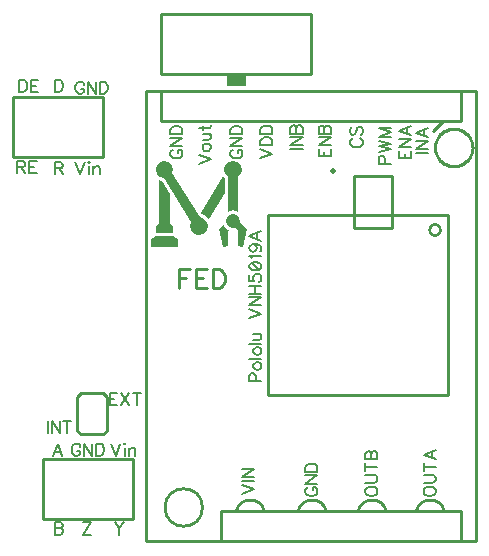
<source format=gto>
G04 DipTrace 3.0.0.1*
G04 Arm-shield_lay_V2.GTO*
%MOIN*%
G04 #@! TF.FileFunction,Legend,Top*
G04 #@! TF.Part,Single*
%ADD10C,0.009843*%
%ADD22C,0.01876*%
%ADD48C,0.006176*%
%ADD49C,0.009264*%
%FSLAX26Y26*%
G04*
G70*
G90*
G75*
G01*
G04 TopSilk*
%LPD*%
X1706633Y2125448D2*
D10*
X1206633D1*
Y2325448D1*
X1706633D1*
Y2125448D1*
X1012810Y1850419D2*
X712810D1*
Y2050419D1*
X1012810D1*
Y1850419D1*
X812799Y844031D2*
X1112799D1*
Y644031D1*
X812799D1*
Y844031D1*
X937811Y925309D2*
X925311Y937808D1*
Y1050310D1*
X937811Y1062809D1*
X1012811D1*
X1025311Y1050310D1*
Y937808D1*
X1012811Y925309D1*
X937811D1*
X1206751Y2069171D2*
X2206431D1*
Y1969121D1*
X1206751D1*
Y2069171D1*
X1562821Y1656671D2*
X2162871D1*
Y1056671D1*
X1562821D1*
Y1656671D1*
X2119091Y1881671D2*
X2119243Y1886034D1*
X2119699Y1890376D1*
X2120456Y1894675D1*
X2121511Y1898912D1*
X2122859Y1903064D1*
X2124492Y1907112D1*
X2126404Y1911036D1*
X2128585Y1914817D1*
X2131023Y1918437D1*
X2133708Y1921877D1*
X2136626Y1925121D1*
X2139763Y1928154D1*
X2143104Y1930961D1*
X2146632Y1933527D1*
X2150331Y1935840D1*
X2154181Y1937890D1*
X2158165Y1939666D1*
X2162263Y1941159D1*
X2166455Y1942363D1*
X2170721Y1943270D1*
X2175040Y1943878D1*
X2179390Y1944182D1*
X2183751D1*
X2188101Y1943878D1*
X2192420Y1943270D1*
X2196686Y1942363D1*
X2200878Y1941159D1*
X2204976Y1939666D1*
X2208960Y1937890D1*
X2212811Y1935840D1*
X2216509Y1933527D1*
X2220037Y1930961D1*
X2223378Y1928154D1*
X2226515Y1925121D1*
X2229433Y1921877D1*
X2232118Y1918437D1*
X2234557Y1914817D1*
X2236737Y1911036D1*
X2238649Y1907112D1*
X2240283Y1903064D1*
X2241630Y1898912D1*
X2242685Y1894675D1*
X2243443Y1890376D1*
X2243898Y1886034D1*
X2244051Y1881671D1*
X2243898Y1877307D1*
X2243443Y1872965D1*
X2242685Y1868666D1*
X2241630Y1864429D1*
X2240283Y1860277D1*
X2238649Y1856229D1*
X2236737Y1852305D1*
X2234557Y1848524D1*
X2232118Y1844905D1*
X2229433Y1841464D1*
X2226515Y1838220D1*
X2223378Y1835187D1*
X2220037Y1832381D1*
X2216509Y1829814D1*
X2212811Y1827501D1*
X2208960Y1825451D1*
X2204976Y1823675D1*
X2200878Y1822182D1*
X2196686Y1820979D1*
X2192420Y1820071D1*
X2188101Y1819463D1*
X2183751Y1819159D1*
X2179390D1*
X2175040Y1819463D1*
X2170721Y1820071D1*
X2166455Y1820979D1*
X2162263Y1822182D1*
X2158165Y1823675D1*
X2154181Y1825451D1*
X2150331Y1827501D1*
X2146632Y1829814D1*
X2143104Y1832381D1*
X2139763Y1835187D1*
X2136626Y1838220D1*
X2133708Y1841464D1*
X2131023Y1844905D1*
X2128585Y1848524D1*
X2126404Y1852305D1*
X2124492Y1856229D1*
X2122859Y1860277D1*
X2121511Y1864429D1*
X2120456Y1868666D1*
X2119699Y1872965D1*
X2119243Y1877307D1*
X2119091Y1881671D1*
X1406621Y669221D2*
X2206541D1*
Y569171D1*
X1406621D1*
Y669221D1*
X1219071Y681671D2*
G02X1219071Y681671I62535J0D01*
G01*
X1156591Y2069171D2*
X2256591D1*
Y569171D1*
X1156591D1*
Y2069171D1*
X2112821Y1937921D2*
X2144061Y1969121D1*
X1456561Y669221D2*
G02X1550391Y669221I46915J-10466D01*
G01*
X1662811D2*
G02X1756641Y669221I46915J-10466D01*
G01*
X1862791D2*
G02X1956621Y669221I46915J-10466D01*
G01*
X2056611D2*
G02X2150331Y669221I46860J-10402D01*
G01*
X2100391Y1606721D2*
G02X2100391Y1606721I18700J0D01*
G01*
X1850442Y1787895D2*
X1975441D1*
Y1612895D1*
X1850442D1*
Y1787895D1*
D22*
X1778577Y1803525D3*
G36*
X1171598Y1551136D2*
Y1575136D1*
X1188598Y1585136D1*
X1245598D1*
X1262598Y1575136D1*
Y1551136D1*
D1*
X1171598D1*
G37*
G36*
X1188598Y1597136D2*
Y1619136D1*
X1199598Y1626136D1*
Y1772136D1*
X1207598Y1770136D1*
X1234598Y1727136D1*
Y1626136D1*
X1245598Y1619136D1*
Y1597136D1*
X1188598D1*
G37*
G36*
X1214598Y1779136D2*
X1202598Y1783136D1*
X1191598Y1793136D1*
X1187598Y1808136D1*
X1191598Y1823136D1*
X1202598Y1834136D1*
X1216598Y1838136D1*
X1231598Y1834136D1*
X1242598Y1823136D1*
X1246598Y1808136D1*
X1243598Y1797136D1*
X1334598Y1649136D1*
X1346598Y1645136D1*
X1357598Y1634136D1*
X1361598Y1619136D1*
X1357598Y1605136D1*
X1346598Y1594136D1*
X1331598Y1590136D1*
X1316598Y1594136D1*
X1305598Y1605136D1*
X1301598Y1620136D1*
X1304598Y1632136D1*
X1214598Y1779136D1*
G37*
G36*
X1337598Y1664136D2*
X1340598Y1659136D1*
X1353598Y1655136D1*
X1364598Y1642136D1*
X1417598Y1730136D1*
Y1781136D1*
X1411598Y1786136D1*
D1*
X1337598Y1664136D1*
G37*
G36*
X1428598Y1785136D2*
X1420598Y1793136D1*
X1415598Y1808136D1*
X1419598Y1823136D1*
X1430598Y1834136D1*
X1445598Y1838136D1*
X1460598Y1834136D1*
X1471598Y1823136D1*
X1475598Y1808136D1*
X1471598Y1794136D1*
X1462598Y1785136D1*
Y1668136D1*
X1445598Y1673136D1*
X1428598Y1668136D1*
Y1785136D1*
G37*
G36*
X1414598Y1625136D2*
X1415598Y1620136D1*
X1427598Y1607136D1*
X1431598Y1606136D1*
X1428598Y1603136D1*
Y1554136D1*
X1411598Y1551136D1*
X1399598Y1611136D1*
X1414598Y1625136D1*
G37*
G36*
X1425598Y1649136D2*
X1422598Y1637136D1*
X1425598Y1625136D1*
X1434598Y1616136D1*
X1445598Y1613136D1*
X1451598Y1615136D1*
X1463598Y1602136D1*
X1462598Y1554136D1*
X1480598Y1551136D1*
X1491598Y1611136D1*
X1468598Y1634136D1*
X1469598Y1638136D1*
X1466598Y1648136D1*
X1457598Y1657136D1*
X1445598Y1660136D1*
X1433598Y1657136D1*
X1425598Y1649136D1*
G37*
G36*
X1425358Y2125432D2*
X1487865D1*
Y2087928D1*
X1425358D1*
Y2125432D1*
G37*
X949370Y2091281D2*
D48*
X947469Y2095084D1*
X943622Y2098931D1*
X939820Y2100832D1*
X932171D1*
X928324Y2098931D1*
X924521Y2095084D1*
X922576Y2091281D1*
X920674Y2085533D1*
Y2075939D1*
X922576Y2070235D1*
X924521Y2066388D1*
X928324Y2062585D1*
X932171Y2060640D1*
X939820D1*
X943622Y2062585D1*
X947469Y2066388D1*
X949370Y2070235D1*
Y2075939D1*
X939820D1*
X988516Y2100832D2*
Y2060640D1*
X961722Y2100832D1*
Y2060640D1*
X1000868Y2100832D2*
Y2060640D1*
X1014265D1*
X1020013Y2062585D1*
X1023860Y2066388D1*
X1025761Y2070235D1*
X1027663Y2075939D1*
Y2085533D1*
X1025761Y2091281D1*
X1023860Y2095084D1*
X1020013Y2098931D1*
X1014265Y2100832D1*
X1000868D1*
X851917Y2107083D2*
Y2066891D1*
X865315D1*
X871063Y2068836D1*
X874909Y2072639D1*
X876811Y2076485D1*
X878712Y2082189D1*
Y2091784D1*
X876811Y2097532D1*
X874909Y2101335D1*
X871063Y2105181D1*
X865315Y2107083D1*
X851917D1*
X733155D2*
Y2066891D1*
X746552D1*
X752300Y2068836D1*
X756147Y2072639D1*
X758048Y2076485D1*
X759949Y2082189D1*
Y2091784D1*
X758048Y2097532D1*
X756147Y2101335D1*
X752300Y2105181D1*
X746552Y2107083D1*
X733155D1*
X797150D2*
X772301D1*
Y2066891D1*
X797150D1*
X772301Y2087937D2*
X787599D1*
X726904Y1817691D2*
X744104D1*
X749852Y1819636D1*
X751798Y1821537D1*
X753699Y1825340D1*
Y1829187D1*
X751798Y1832989D1*
X749852Y1834935D1*
X744104Y1836836D1*
X726904D1*
Y1796644D1*
X740301Y1817691D2*
X753699Y1796644D1*
X790899Y1836836D2*
X766050D1*
Y1796644D1*
X790899D1*
X766050Y1817691D2*
X781349D1*
X851917Y1812908D2*
X869117D1*
X874865Y1814854D1*
X876811Y1816755D1*
X878712Y1820558D1*
Y1824404D1*
X876811Y1828207D1*
X874865Y1830153D1*
X869117Y1832054D1*
X851917D1*
Y1791862D1*
X865315Y1812908D2*
X878712Y1791862D1*
X920674Y1832054D2*
X935973Y1791862D1*
X951272Y1832054D1*
X963623D2*
X965524Y1830153D1*
X967470Y1832054D1*
X965524Y1833999D1*
X963623Y1832054D1*
X965524Y1818656D2*
Y1791862D1*
X979821Y1818656D2*
Y1791862D1*
Y1811007D2*
X985569Y1816755D1*
X989416Y1818656D1*
X995120D1*
X998967Y1816755D1*
X1000868Y1811007D1*
Y1791862D1*
X1039437Y894455D2*
X1054736Y854263D1*
X1070034Y894455D1*
X1082386D2*
X1084287Y892554D1*
X1086232Y894455D1*
X1084287Y896401D1*
X1082386Y894455D1*
X1084287Y881058D2*
Y854263D1*
X1098584Y881058D2*
Y854263D1*
Y873409D2*
X1104332Y879157D1*
X1108178Y881058D1*
X1113882D1*
X1117729Y879157D1*
X1119630Y873409D1*
Y854263D1*
X936869Y884905D2*
X934968Y888707D1*
X931121Y892554D1*
X927319Y894455D1*
X919669D1*
X915822Y892554D1*
X912020Y888707D1*
X910074Y884905D1*
X908173Y879157D1*
Y869562D1*
X910074Y863858D1*
X912020Y860011D1*
X915822Y856209D1*
X919669Y854263D1*
X927319D1*
X931121Y856209D1*
X934968Y860011D1*
X936869Y863858D1*
Y869562D1*
X927319D1*
X976015Y894455D2*
Y854263D1*
X949220Y894455D1*
Y854263D1*
X988367Y894455D2*
Y854263D1*
X1001764D1*
X1007512Y856209D1*
X1011359Y860011D1*
X1013260Y863858D1*
X1015161Y869562D1*
Y879157D1*
X1013260Y884905D1*
X1011359Y888707D1*
X1007512Y892554D1*
X1001764Y894455D1*
X988367D1*
X876308Y854263D2*
X860965Y894455D1*
X845667Y854263D1*
X851415Y867661D2*
X870560D1*
X1051938Y631928D2*
X1067237Y612782D1*
Y591736D1*
X1082535Y631928D2*
X1067237Y612782D1*
X945677Y631928D2*
X972472D1*
X945677Y591736D1*
X972472D1*
X851917Y631928D2*
Y591736D1*
X869161D1*
X874909Y593681D1*
X876811Y595583D1*
X878712Y599385D1*
Y605133D1*
X876811Y608980D1*
X874909Y610881D1*
X869161Y612782D1*
X874909Y614728D1*
X876811Y616629D1*
X878712Y620432D1*
Y624278D1*
X876811Y628081D1*
X874909Y630027D1*
X869161Y631928D1*
X851917D1*
Y612782D2*
X869161D1*
X1059504Y1063223D2*
X1034655D1*
Y1023031D1*
X1059504D1*
X1034655Y1044078D2*
X1049953D1*
X1071855Y1063223D2*
X1098650Y1023031D1*
Y1063223D2*
X1071855Y1023031D1*
X1124399Y1063223D2*
Y1023031D1*
X1111001Y1063223D2*
X1137796D1*
X828383Y969463D2*
Y929271D1*
X867529Y969463D2*
Y929271D1*
X840735Y969463D1*
Y929271D1*
X893278Y969463D2*
Y929271D1*
X879881Y969463D2*
X906675D1*
X1303345Y1475234D2*
D49*
X1266004D1*
Y1414946D1*
Y1446516D2*
X1288952D1*
X1359145Y1475234D2*
X1321872D1*
Y1414946D1*
X1359145D1*
X1321872Y1446516D2*
X1344820D1*
X1377673Y1475234D2*
Y1414946D1*
X1397769D1*
X1406391Y1417864D1*
X1412161Y1423568D1*
X1415013Y1429338D1*
X1417865Y1437893D1*
Y1452286D1*
X1415013Y1460908D1*
X1412161Y1466612D1*
X1406391Y1472382D1*
X1397769Y1475234D1*
X1377673D1*
X1520764Y1101909D2*
D48*
Y1119153D1*
X1518863Y1124856D1*
X1516917Y1126802D1*
X1513115Y1128703D1*
X1507367D1*
X1503564Y1126802D1*
X1501619Y1124856D1*
X1499718Y1119153D1*
Y1101909D1*
X1539910D1*
X1513115Y1150605D2*
X1515016Y1146803D1*
X1518863Y1142956D1*
X1524611Y1141055D1*
X1528414D1*
X1534162Y1142956D1*
X1537964Y1146803D1*
X1539910Y1150605D1*
Y1156353D1*
X1537964Y1160200D1*
X1534162Y1164002D1*
X1528413Y1165948D1*
X1524611D1*
X1518863Y1164002D1*
X1515016Y1160200D1*
X1513115Y1156353D1*
Y1150605D1*
X1499718Y1178299D2*
X1539910D1*
X1513115Y1200201D2*
X1515016Y1196399D1*
X1518863Y1192552D1*
X1524611Y1190651D1*
X1528413D1*
X1534162Y1192552D1*
X1537964Y1196399D1*
X1539910Y1200201D1*
Y1205949D1*
X1537964Y1209796D1*
X1534162Y1213599D1*
X1528413Y1215544D1*
X1524611D1*
X1518863Y1213599D1*
X1515016Y1209796D1*
X1513115Y1205949D1*
Y1200201D1*
X1499718Y1227896D2*
X1539910D1*
X1513115Y1240247D2*
X1532260D1*
X1537964Y1242148D1*
X1539910Y1245995D1*
Y1251743D1*
X1537964Y1255546D1*
X1532260Y1261294D1*
X1513115D2*
X1539910D1*
X1499718Y1312526D2*
X1539910Y1327824D1*
X1499718Y1343123D1*
Y1382269D2*
X1539910D1*
X1499718Y1355474D1*
X1539910D1*
X1499718Y1394620D2*
X1539910D1*
X1499718Y1421415D2*
X1539910D1*
X1518863Y1394620D2*
Y1421415D1*
X1499762Y1456714D2*
Y1437613D1*
X1516962Y1435712D1*
X1515060Y1437613D1*
X1513115Y1443361D1*
Y1449065D1*
X1515060Y1454813D1*
X1518863Y1458660D1*
X1524611Y1460561D1*
X1528413D1*
X1534161Y1458660D1*
X1538008Y1454813D1*
X1539910Y1449065D1*
Y1443361D1*
X1538008Y1437613D1*
X1536063Y1435712D1*
X1532260Y1433766D1*
X1499762Y1484409D2*
X1501663Y1478661D1*
X1507411Y1474814D1*
X1516962Y1472913D1*
X1522710D1*
X1532260Y1474814D1*
X1538008Y1478661D1*
X1539910Y1484409D1*
Y1488211D1*
X1538008Y1493959D1*
X1532260Y1497762D1*
X1522710Y1499707D1*
X1516962D1*
X1507411Y1497762D1*
X1501663Y1493959D1*
X1499762Y1488211D1*
Y1484409D1*
X1507411Y1497762D2*
X1532260Y1474814D1*
X1507411Y1512059D2*
X1505466Y1515905D1*
X1499762Y1521653D1*
X1539910D1*
X1513115Y1558898D2*
X1518863Y1556953D1*
X1522710Y1553150D1*
X1524611Y1547402D1*
Y1545501D1*
X1522710Y1539753D1*
X1518863Y1535950D1*
X1513115Y1534005D1*
X1511214D1*
X1505466Y1535950D1*
X1501663Y1539753D1*
X1499762Y1545501D1*
Y1547402D1*
X1501663Y1553150D1*
X1505466Y1556953D1*
X1513115Y1558898D1*
X1522710D1*
X1532260Y1556953D1*
X1538008Y1553150D1*
X1539910Y1547402D1*
Y1543600D1*
X1538008Y1537852D1*
X1534161Y1535950D1*
X1539910Y1601891D2*
X1499718Y1586548D1*
X1539910Y1571250D1*
X1526512Y1576998D2*
Y1596143D1*
X1474638Y726909D2*
X1514830Y742207D1*
X1474638Y757506D1*
Y769857D2*
X1514830D1*
X1474638Y809003D2*
X1514830D1*
X1474638Y782209D1*
X1514830Y782208D1*
X1696708Y749304D2*
X1692906Y747403D1*
X1689059Y743556D1*
X1687158Y739754D1*
Y732105D1*
X1689059Y728258D1*
X1692906Y724455D1*
X1696708Y722510D1*
X1702456Y720609D1*
X1712051D1*
X1717755Y722510D1*
X1721602Y724455D1*
X1725404Y728258D1*
X1727350Y732105D1*
Y739754D1*
X1725404Y743556D1*
X1721602Y747403D1*
X1717755Y749304D1*
X1712051D1*
Y739754D1*
X1687158Y788451D2*
X1727350Y788450D1*
X1687158Y761656D1*
X1727350D1*
X1687158Y800802D2*
X1727350D1*
Y814199D1*
X1725404Y819947D1*
X1721602Y823794D1*
X1717755Y825695D1*
X1712051Y827597D1*
X1702456D1*
X1696708Y825695D1*
X1692906Y823794D1*
X1689059Y819947D1*
X1687158Y814199D1*
Y800802D1*
X1887138Y732105D2*
X1889039Y728258D1*
X1892886Y724455D1*
X1896688Y722510D1*
X1902436Y720609D1*
X1912031D1*
X1917735Y722510D1*
X1921582Y724455D1*
X1925384Y728258D1*
X1927330Y732105D1*
Y739754D1*
X1925384Y743556D1*
X1921582Y747403D1*
X1917735Y749304D1*
X1912031Y751206D1*
X1902436D1*
X1896688Y749304D1*
X1892886Y747403D1*
X1889039Y743556D1*
X1887138Y739754D1*
Y732105D1*
Y763557D2*
X1915834D1*
X1921582Y765458D1*
X1925384Y769305D1*
X1927330Y775053D1*
Y778856D1*
X1925384Y784604D1*
X1921582Y788450D1*
X1915833Y790352D1*
X1887138D1*
Y816100D2*
X1927330D1*
X1887138Y802703D2*
Y829498D1*
Y841849D2*
X1927330D1*
Y859093D1*
X1925384Y864841D1*
X1923483Y866743D1*
X1919680Y868644D1*
X1913932D1*
X1910085Y866743D1*
X1908184Y864841D1*
X1906283Y859093D1*
X1904337Y864841D1*
X1902436Y866743D1*
X1898634Y868644D1*
X1894787D1*
X1890984Y866743D1*
X1889039Y864841D1*
X1887138Y859093D1*
Y841849D1*
X1906283D2*
Y859093D1*
X2080958Y732105D2*
X2082859Y728258D1*
X2086706Y724455D1*
X2090508Y722510D1*
X2096256Y720609D1*
X2105851D1*
X2111555Y722510D1*
X2115402Y724455D1*
X2119204Y728258D1*
X2121150Y732105D1*
Y739754D1*
X2119204Y743556D1*
X2115402Y747403D1*
X2111555Y749304D1*
X2105851Y751206D1*
X2096256D1*
X2090508Y749304D1*
X2086706Y747403D1*
X2082859Y743556D1*
X2080958Y739754D1*
Y732105D1*
Y763557D2*
X2109654D1*
X2115402Y765458D1*
X2119204Y769305D1*
X2121150Y775053D1*
Y778856D1*
X2119204Y784604D1*
X2115402Y788450D1*
X2109653Y790352D1*
X2080958D1*
Y816100D2*
X2121150D1*
X2080958Y802703D2*
Y829498D1*
X2121150Y872491D2*
X2080958Y857148D1*
X2121150Y841849D1*
X2107752Y847597D2*
Y866743D1*
X1537118Y1845609D2*
X1577310Y1860907D1*
X1537118Y1876206D1*
Y1888557D2*
X1577310D1*
Y1901954D1*
X1575364Y1907702D1*
X1571562Y1911549D1*
X1567715Y1913450D1*
X1562011Y1915352D1*
X1552416D1*
X1546668Y1913451D1*
X1542866Y1911549D1*
X1539019Y1907702D1*
X1537118Y1901954D1*
Y1888557D1*
Y1927703D2*
X1577310D1*
Y1941100D1*
X1575364Y1946849D1*
X1571562Y1950695D1*
X1567715Y1952597D1*
X1562011Y1954498D1*
X1552416D1*
X1546668Y1952597D1*
X1542866Y1950695D1*
X1539019Y1946849D1*
X1537118Y1941100D1*
Y1927703D1*
X1446678Y1874304D2*
X1442876Y1872403D1*
X1439029Y1868556D1*
X1437128Y1864754D1*
Y1857105D1*
X1439029Y1853258D1*
X1442876Y1849455D1*
X1446678Y1847510D1*
X1452426Y1845609D1*
X1462021D1*
X1467725Y1847510D1*
X1471572Y1849455D1*
X1475374Y1853258D1*
X1477320Y1857105D1*
Y1864754D1*
X1475374Y1868556D1*
X1471572Y1872403D1*
X1467725Y1874304D1*
X1462021D1*
Y1864754D1*
X1437128Y1913451D2*
X1477320Y1913450D1*
X1437128Y1886656D1*
X1477320D1*
X1437128Y1925802D2*
X1477320D1*
Y1939199D1*
X1475374Y1944947D1*
X1471572Y1948794D1*
X1467725Y1950695D1*
X1462021Y1952597D1*
X1452426D1*
X1446678Y1950695D1*
X1442876Y1948794D1*
X1439029Y1944947D1*
X1437128Y1939199D1*
Y1925802D1*
X1330868Y1826859D2*
X1371060Y1842157D1*
X1330868Y1857456D1*
X1344265Y1879358D2*
X1346166Y1875555D1*
X1350013Y1871708D1*
X1355761Y1869807D1*
X1359564D1*
X1365312Y1871708D1*
X1369114Y1875555D1*
X1371060Y1879358D1*
Y1885106D1*
X1369114Y1888952D1*
X1365312Y1892755D1*
X1359563Y1894700D1*
X1355761D1*
X1350013Y1892755D1*
X1346166Y1888952D1*
X1344265Y1885106D1*
Y1879358D1*
Y1907052D2*
X1363410D1*
X1369114Y1908953D1*
X1371060Y1912800D1*
Y1918548D1*
X1369114Y1922350D1*
X1363410Y1928099D1*
X1344265D2*
X1371060D1*
X1330868Y1946198D2*
X1363410D1*
X1369114Y1948099D1*
X1371060Y1951946D1*
Y1955749D1*
X1344265Y1940450D2*
Y1953847D1*
X1246698Y1874304D2*
X1242896Y1872403D1*
X1239049Y1868556D1*
X1237148Y1864754D1*
Y1857105D1*
X1239049Y1853258D1*
X1242896Y1849455D1*
X1246698Y1847510D1*
X1252446Y1845609D1*
X1262041D1*
X1267745Y1847510D1*
X1271592Y1849455D1*
X1275394Y1853258D1*
X1277340Y1857105D1*
Y1864754D1*
X1275394Y1868556D1*
X1271592Y1872403D1*
X1267745Y1874304D1*
X1262041D1*
Y1864754D1*
X1237148Y1913451D2*
X1277340Y1913450D1*
X1237148Y1886656D1*
X1277340D1*
X1237148Y1925802D2*
X1277340D1*
Y1939199D1*
X1275394Y1944947D1*
X1271592Y1948794D1*
X1267745Y1950695D1*
X1262041Y1952597D1*
X1252446D1*
X1246698Y1950695D1*
X1242896Y1948794D1*
X1239049Y1944947D1*
X1237148Y1939199D1*
Y1925802D1*
X1846748Y1911804D2*
X1842946Y1909903D1*
X1839099Y1906056D1*
X1837198Y1902254D1*
Y1894605D1*
X1839099Y1890758D1*
X1842946Y1886955D1*
X1846748Y1885010D1*
X1852496Y1883109D1*
X1862091D1*
X1867795Y1885010D1*
X1871642Y1886955D1*
X1875444Y1890758D1*
X1877390Y1894605D1*
Y1902254D1*
X1875444Y1906056D1*
X1871642Y1909903D1*
X1867795Y1911804D1*
X1842946Y1950951D2*
X1839099Y1947148D1*
X1837198Y1941400D1*
Y1933751D1*
X1839099Y1928003D1*
X1842946Y1924156D1*
X1846748D1*
X1850595Y1926101D1*
X1852496Y1928003D1*
X1854397Y1931805D1*
X1858244Y1943301D1*
X1860145Y1947148D1*
X1862091Y1949049D1*
X1865893Y1950950D1*
X1871642D1*
X1875444Y1947148D1*
X1877390Y1941400D1*
Y1933751D1*
X1875444Y1928003D1*
X1871642Y1924156D1*
X1730938Y1876758D2*
Y1851909D1*
X1771130D1*
Y1876758D1*
X1750083Y1851909D2*
Y1867207D1*
X1730938Y1915904D2*
X1771130D1*
X1730938Y1889109D1*
X1771130D1*
X1730938Y1928255D2*
X1771130D1*
Y1945499D1*
X1769184Y1951247D1*
X1767283Y1953149D1*
X1763480Y1955050D1*
X1757732D1*
X1753885Y1953149D1*
X1751984Y1951247D1*
X1750083Y1945499D1*
X1748137Y1951247D1*
X1746236Y1953149D1*
X1742434Y1955050D1*
X1738587D1*
X1734784Y1953149D1*
X1732839Y1951247D1*
X1730938Y1945499D1*
Y1928255D1*
X1750083D2*
Y1945499D1*
X1637218Y1876809D2*
X1677410D1*
X1637218Y1915955D2*
X1677410D1*
X1637218Y1889160D1*
X1677410D1*
X1637218Y1928306D2*
X1677410D1*
Y1945550D1*
X1675464Y1951298D1*
X1673563Y1953199D1*
X1669760Y1955101D1*
X1664012D1*
X1660165Y1953199D1*
X1658264Y1951298D1*
X1656363Y1945550D1*
X1654417Y1951298D1*
X1652516Y1953199D1*
X1648714Y1955101D1*
X1644867D1*
X1641064Y1953199D1*
X1639119Y1951298D1*
X1637218Y1945550D1*
Y1928306D1*
X1656363D2*
Y1945550D1*
X2055878Y1864359D2*
X2096070D1*
X2055878Y1903505D2*
X2096070D1*
X2055878Y1876710D1*
X2096070D1*
Y1946497D2*
X2055878Y1931155D1*
X2096070Y1915856D1*
X2082672Y1921604D2*
Y1940749D1*
X1999668Y1870458D2*
Y1845609D1*
X2039860D1*
Y1870458D1*
X2018813Y1845609D2*
Y1860907D1*
X1999668Y1909604D2*
X2039860D1*
X1999668Y1882809D1*
X2039860D1*
Y1952597D2*
X1999668Y1937254D1*
X2039860Y1921955D1*
X2026462Y1927703D2*
Y1946849D1*
X1951964Y1826859D2*
Y1844103D1*
X1950063Y1849806D1*
X1948117Y1851752D1*
X1944315Y1853653D1*
X1938567D1*
X1934764Y1851752D1*
X1932819Y1849806D1*
X1930918Y1844103D1*
Y1826859D1*
X1971110D1*
X1930918Y1866005D2*
X1971110Y1875599D1*
X1930918Y1885150D1*
X1971110Y1894700D1*
X1930918Y1904295D1*
X1971110Y1947244D2*
X1930918D1*
X1971110Y1931945D1*
X1930918Y1916647D1*
X1971110D1*
M02*

</source>
